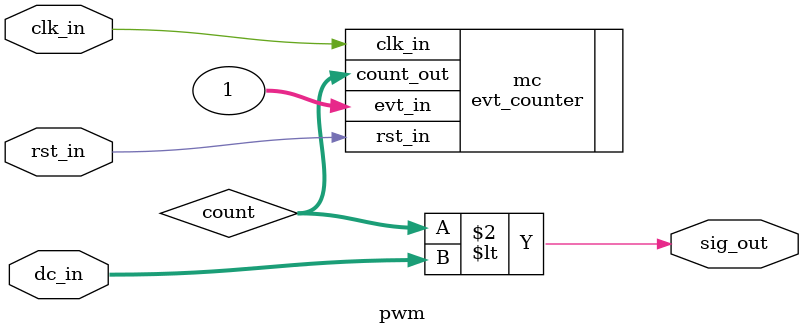
<source format=sv>
module pwm(   input wire clk_in,
              input wire rst_in,
              input wire [11:0] dc_in,
              output logic sig_out);
 
    logic [31:0] count;
    evt_counter #(.MAX_COUNT(2559)) mc 
                (.clk_in(clk_in),
                .rst_in(rst_in),
                .evt_in(1),
                .count_out(count));
    assign sig_out = count<dc_in; //very simple threshold check
endmodule
</source>
